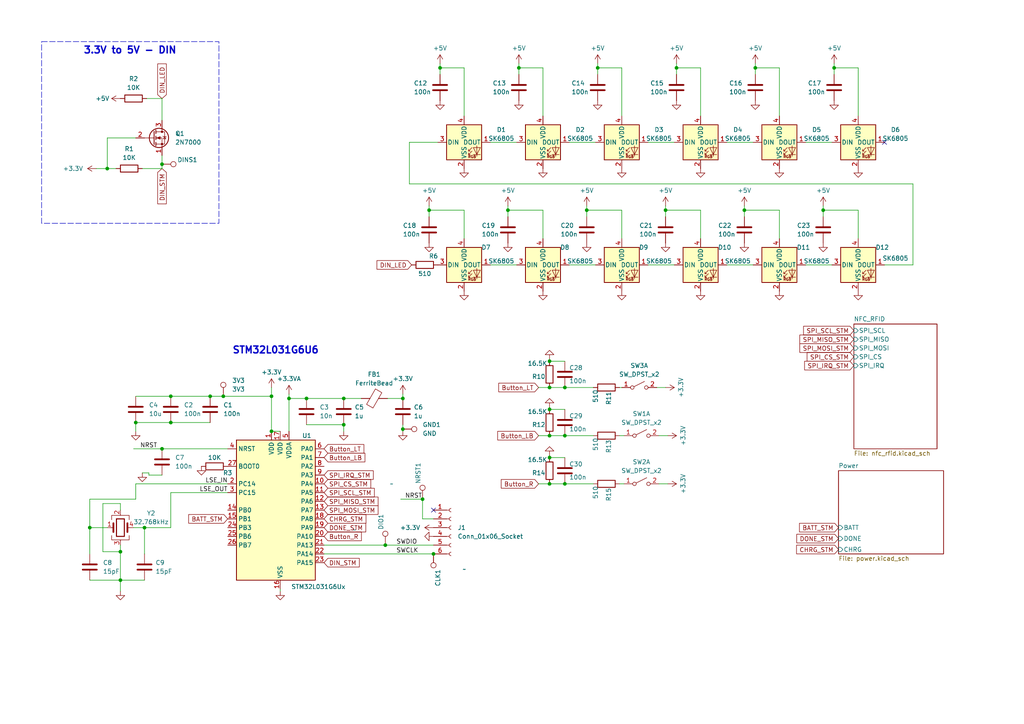
<source format=kicad_sch>
(kicad_sch (version 20230121) (generator eeschema)
  (paper "A4")
  (title_block (title "NFC watch") (date "2024-03-24") (rev "0") (company "HolTyc"))
  (lib_symbols
    (symbol "Connector:Conn_01x06_Socket" (pin_names (offset 1.016) hide)
      (property "Reference" "J" (at 0 7.62 0))
      (property "Value" "Conn_01x06_Socket" (at 0 -10.16 0))
      (symbol "Conn_01x06_Socket_1_1"
        (arc (start 0 -7.112) (mid -0.5058 -7.62) (end 0 -8.128) (stroke (width 0.1524)))
        (arc (start 0 -4.572) (mid -0.5058 -5.08) (end 0 -5.588) (stroke (width 0.1524)))
        (arc (start 0 -2.032) (mid -0.5058 -2.54) (end 0 -3.048) (stroke (width 0.1524)))
        (polyline (pts (xy -1.27 -7.62) (xy -0.508 -7.62)) (stroke (width 0.1524)))
        (polyline (pts (xy -1.27 -5.08) (xy -0.508 -5.08)) (stroke (width 0.1524)))
        (polyline (pts (xy -1.27 -2.54) (xy -0.508 -2.54)) (stroke (width 0.1524)))
        (polyline (pts (xy -1.27 0) (xy -0.508 0)) (stroke (width 0.1524)))
        (polyline (pts (xy -1.27 2.54) (xy -0.508 2.54)) (stroke (width 0.1524)))
        (polyline (pts (xy -1.27 5.08) (xy -0.508 5.08)) (stroke (width 0.1524)))
        (arc (start 0 0.508) (mid -0.5058 0) (end 0 -0.508) (stroke (width 0.1524)))
        (arc (start 0 3.048) (mid -0.5058 2.54) (end 0 2.032) (stroke (width 0.1524)))
        (arc (start 0 5.588) (mid -0.5058 5.08) (end 0 4.572) (stroke (width 0.1524)))
        (pin passive line (at -5.08 5.08 0) (length 3.81) (name "Pin_1") (number "1"))
        (pin passive line (at -5.08 2.54 0) (length 3.81) (name "Pin_2") (number "2"))
        (pin passive line (at -5.08 0 0) (length 3.81) (name "Pin_3") (number "3"))
        (pin passive line (at -5.08 -2.54 0) (length 3.81) (name "Pin_4") (number "4"))
        (pin passive line (at -5.08 -5.08 0) (length 3.81) (name "Pin_5") (number "5"))
        (pin passive line (at -5.08 -7.62 0) (length 3.81) (name "Pin_6") (number "6"))
      )
    )
    (symbol "Connector:TestPoint" (pin_numbers hide) (pin_names (offset 0.762) hide)
      (property "Reference" "TP" (at 0 6.858 0))
      (property "Value" "TestPoint" (at 0 5.08 0))
      (symbol "TestPoint_0_1"
        (circle (center 0 3.302) (radius 0.762))
      )
      (symbol "TestPoint_1_1"
        (pin passive line (at 0 0 90) (length 2.54) (name "1") (number "1"))
      )
    )
    (symbol "Device:C" (pin_numbers hide) (pin_names (offset 0.254))
      (property "Reference" "C" (at 0.635 2.54 0))
      (property "Value" "C" (at 0.635 -2.54 0))
      (symbol "C_0_1"
        (polyline (pts (xy -2.032 -0.762) (xy 2.032 -0.762)) (stroke (width 0.508)))
        (polyline (pts (xy -2.032 0.762) (xy 2.032 0.762)) (stroke (width 0.508)))
      )
      (symbol "C_1_1"
        (pin passive line (at 0 3.81 270) (length 2.794) (name "~") (number "1"))
        (pin passive line (at 0 -3.81 90) (length 2.794) (name "~") (number "2"))
      )
    )
    (symbol "Device:Crystal_GND23" (pin_names (offset 1.016) hide)
      (property "Reference" "Y" (at 3.175 5.08 0))
      (property "Value" "Crystal_GND23" (at 3.175 3.175 0))
      (symbol "Crystal_GND23_0_1"
        (rectangle (start -1.143 2.54) (end 1.143 -2.54) (stroke (width 0.3048)))
        (polyline (pts (xy -2.54 0) (xy -2.032 0)))
        (polyline (pts (xy -2.032 -1.27) (xy -2.032 1.27)) (stroke (width 0.508)))
        (polyline (pts (xy 0 -3.81) (xy 0 -3.556)))
        (polyline (pts (xy 0 3.556) (xy 0 3.81)))
        (polyline (pts (xy 2.032 -1.27) (xy 2.032 1.27)) (stroke (width 0.508)))
        (polyline (pts (xy 2.032 0) (xy 2.54 0)))
        (polyline (pts (xy -2.54 -2.286) (xy -2.54 -3.556) (xy 2.54 -3.556) (xy 2.54 -2.286)))
        (polyline (pts (xy -2.54 2.286) (xy -2.54 3.556) (xy 2.54 3.556) (xy 2.54 2.286)))
      )
      (symbol "Crystal_GND23_1_1"
        (pin passive line (at -3.81 0 0) (length 1.27) (name "1") (number "1"))
        (pin passive line (at 0 5.08 270) (length 1.27) (name "2") (number "2"))
        (pin passive line (at 0 -5.08 90) (length 1.27) (name "3") (number "3"))
        (pin passive line (at 3.81 0 180) (length 1.27) (name "4") (number "4"))
      )
    )
    (symbol "Device:FerriteBead" (pin_numbers hide) (pin_names (offset 0))
      (property "Reference" "FB" (at -3.81 0.635 90))
      (property "Value" "FerriteBead" (at 3.81 0 90))
      (symbol "FerriteBead_0_1"
        (polyline (pts (xy 0 -1.27) (xy 0 -1.2192)))
        (polyline (pts (xy 0 1.27) (xy 0 1.2954)))
        (polyline (pts (xy -2.7686 0.4064) (xy -1.7018 2.2606) (xy 2.7686 -0.3048) (xy 1.6764 -2.159) (xy -2.7686 0.4064)))
      )
      (symbol "FerriteBead_1_1"
        (pin passive line (at 0 3.81 270) (length 2.54) (name "~") (number "1"))
        (pin passive line (at 0 -3.81 90) (length 2.54) (name "~") (number "2"))
      )
    )
    (symbol "Device:R" (pin_numbers hide) (pin_names (offset 0))
      (property "Reference" "R" (at 2.032 0 90))
      (property "Value" "R" (at 0 0 90))
      (symbol "R_0_1"
        (rectangle (start -1.016 -2.54) (end 1.016 2.54) (stroke (width 0.254)))
      )
      (symbol "R_1_1"
        (pin passive line (at 0 3.81 270) (length 1.27) (name "~") (number "1"))
        (pin passive line (at 0 -3.81 90) (length 1.27) (name "~") (number "2"))
      )
    )
    (symbol "LED:SK6805" (pin_names (offset 0.254))
      (property "Reference" "D" (at 5.08 5.715 0))
      (property "Value" "SK6805" (at 1.27 -5.715 0))
      (symbol "SK6805_0_0"
        (text "RGB" (at 2.286 -4.191 0) (effects (font (size 0.762 0.762))))
      )
      (symbol "SK6805_0_1"
        (polyline (pts (xy 1.27 -3.556) (xy 1.778 -3.556)))
        (polyline (pts (xy 1.27 -2.54) (xy 1.778 -2.54)))
        (polyline (pts (xy 4.699 -3.556) (xy 2.667 -3.556)))
        (polyline (pts (xy 2.286 -2.54) (xy 1.27 -3.556) (xy 1.27 -3.048)))
        (polyline (pts (xy 2.286 -1.524) (xy 1.27 -2.54) (xy 1.27 -2.032)))
        (polyline (pts (xy 3.683 -1.016) (xy 3.683 -3.556) (xy 3.683 -4.064)))
        (polyline (pts (xy 4.699 -1.524) (xy 2.667 -1.524) (xy 3.683 -3.556) (xy 4.699 -1.524)))
        (rectangle (start 5.08 5.08) (end -5.08 -5.08) (stroke (width 0.254)) (fill (type background)))
      )
      (symbol "SK6805_1_1"
        (pin output line (at 7.62 0 180) (length 2.54) (name "DOUT") (number "1"))
        (pin power_in line (at 0 -7.62 90) (length 2.54) (name "VSS") (number "2"))
        (pin input line (at -7.62 0 0) (length 2.54) (name "DIN") (number "3"))
        (pin power_in line (at 0 7.62 270) (length 2.54) (name "VDD") (number "4"))
      )
    )
    (symbol "MCU_ST_STM32L0:STM32L031G6Ux"
      (property "Reference" "U" (at -10.16 21.59 0))
      (property "Value" "STM32L031G6Ux" (at 7.62 21.59 0))
      (symbol "STM32L031G6Ux_0_1"
        (rectangle (start -10.16 -20.32) (end 12.7 20.32) (stroke (width 0.254)) (fill (type background)))
      )
      (symbol "STM32L031G6Ux_1_1"
        (pin power_in line (at 0 22.86 270) (length 2.54) (name "VDD") (number "1"))
        (pin bidirectional line (at 15.24 7.62 180) (length 2.54) (name "PA4") (number "10"))
        (pin bidirectional line (at 15.24 5.08 180) (length 2.54) (name "PA5") (number "11"))
        (pin bidirectional line (at 15.24 2.54 180) (length 2.54) (name "PA6") (number "12"))
        (pin bidirectional line (at 15.24 0 180) (length 2.54) (name "PA7") (number "13"))
        (pin bidirectional line (at -12.7 0 0) (length 2.54) (name "PB0") (number "14"))
        (pin bidirectional line (at -12.7 -2.54 0) (length 2.54) (name "PB1") (number "15"))
        (pin power_in line (at 2.54 -22.86 90) (length 2.54) (name "VSS") (number "16"))
        (pin power_in line (at 2.54 22.86 270) (length 2.54) (name "VDD") (number "17"))
        (pin bidirectional line (at 15.24 -2.54 180) (length 2.54) (name "PA8") (number "18"))
        (pin bidirectional line (at 15.24 -5.08 180) (length 2.54) (name "PA9") (number "19"))
        (pin bidirectional line (at -12.7 7.62 0) (length 2.54) (name "PC14") (number "2"))
        (pin bidirectional line (at 15.24 -7.62 180) (length 2.54) (name "PA10") (number "20"))
        (pin bidirectional line (at 15.24 -10.16 180) (length 2.54) (name "PA13") (number "21"))
        (pin bidirectional line (at 15.24 -12.7 180) (length 2.54) (name "PA14") (number "22"))
        (pin bidirectional line (at 15.24 -15.24 180) (length 2.54) (name "PA15") (number "23"))
        (pin bidirectional line (at -12.7 -5.08 0) (length 2.54) (name "PB3") (number "24"))
        (pin bidirectional line (at -12.7 -7.62 0) (length 2.54) (name "PB6") (number "25"))
        (pin bidirectional line (at -12.7 -10.16 0) (length 2.54) (name "PB7") (number "26"))
        (pin input line (at -12.7 12.7 0) (length 2.54) (name "BOOT0") (number "27"))
        (pin passive line (at 2.54 -22.86 90) (length 2.54) hide (name "VSS") (number "28"))
        (pin bidirectional line (at -12.7 5.08 0) (length 2.54) (name "PC15") (number "3"))
        (pin input line (at -12.7 17.78 0) (length 2.54) (name "NRST") (number "4"))
        (pin power_in line (at 5.08 22.86 270) (length 2.54) (name "VDDA") (number "5"))
        (pin bidirectional line (at 15.24 17.78 180) (length 2.54) (name "PA0") (number "6"))
        (pin bidirectional line (at 15.24 15.24 180) (length 2.54) (name "PA1") (number "7"))
        (pin bidirectional line (at 15.24 12.7 180) (length 2.54) (name "PA2") (number "8"))
        (pin bidirectional line (at 15.24 10.16 180) (length 2.54) (name "PA3") (number "9"))
      )
    )
    (symbol "Switch:SW_DPST_x2" (pin_names (offset 0) hide)
      (property "Reference" "SW" (at 0 3.175 0))
      (property "Value" "SW_DPST_x2" (at 0 -2.54 0))
      (symbol "SW_DPST_x2_0_0"
        (circle (center -2.032 0) (radius 0.508))
        (polyline (pts (xy -1.524 0.254) (xy 1.524 1.778)))
        (circle (center 2.032 0) (radius 0.508))
      )
      (symbol "SW_DPST_x2_1_1"
        (pin passive line (at -5.08 0 0) (length 2.54) (name "A") (number "1"))
        (pin passive line (at 5.08 0 180) (length 2.54) (name "B") (number "2"))
      )
      (symbol "SW_DPST_x2_2_1"
        (pin passive line (at -5.08 0 0) (length 2.54) (name "A") (number "3"))
        (pin passive line (at 5.08 0 180) (length 2.54) (name "B") (number "4"))
      )
    )
    (symbol "Transistor_FET:2N7000" (pin_names hide)
      (property "Reference" "Q" (at 5.08 1.905 0))
      (property "Value" "2N7000" (at 5.08 0 0))
      (symbol "2N7000_0_1"
        (polyline (pts (xy 0.254 0) (xy -2.54 0)))
        (polyline (pts (xy 0.254 1.905) (xy 0.254 -1.905)) (stroke (width 0.254)))
        (polyline (pts (xy 0.762 -1.27) (xy 0.762 -2.286)) (stroke (width 0.254)))
        (polyline (pts (xy 0.762 0.508) (xy 0.762 -0.508)) (stroke (width 0.254)))
        (polyline (pts (xy 0.762 2.286) (xy 0.762 1.27)) (stroke (width 0.254)))
        (polyline (pts (xy 2.54 2.54) (xy 2.54 1.778)))
        (polyline (pts (xy 2.54 -2.54) (xy 2.54 0) (xy 0.762 0)))
        (polyline (pts (xy 0.762 -1.778) (xy 3.302 -1.778) (xy 3.302 1.778) (xy 0.762 1.778)))
        (polyline (pts (xy 1.016 0) (xy 2.032 0.381) (xy 2.032 -0.381) (xy 1.016 0)) (fill (type outline)))
        (polyline (pts (xy 2.794 0.508) (xy 2.921 0.381) (xy 3.683 0.381) (xy 3.81 0.254)))
        (polyline (pts (xy 3.302 0.381) (xy 2.921 -0.254) (xy 3.683 -0.254) (xy 3.302 0.381)))
        (circle (center 1.651 0) (radius 2.794) (stroke (width 0.254)))
        (circle (center 2.54 -1.778) (radius 0.254) (fill (type outline)))
        (circle (center 2.54 1.778) (radius 0.254) (fill (type outline)))
      )
      (symbol "2N7000_1_1"
        (pin passive line (at 2.54 -5.08 90) (length 2.54) (name "S") (number "1"))
        (pin input line (at -5.08 0 0) (length 2.54) (name "G") (number "2"))
        (pin passive line (at 2.54 5.08 270) (length 2.54) (name "D") (number "3"))
      )
    )
    (symbol "power:+3.3V" (power) (pin_names (offset 0))
      (property "Value" "+3.3V" (at 0 3.556 0))
      (symbol "+3.3V_0_1"
        (polyline (pts (xy -0.762 1.27) (xy 0 2.54)))
        (polyline (pts (xy 0 0) (xy 0 2.54)))
        (polyline (pts (xy 0 2.54) (xy 0.762 1.27)))
      )
      (symbol "+3.3V_1_1"
        (pin power_in line (at 0 0 90) (length 0) hide (name "+3.3V") (number "1"))
      )
    )
    (symbol "power:+3.3VA" (power) (pin_names (offset 0))
      (property "Value" "+3.3VA" (at 0 3.556 0))
      (symbol "+3.3VA_0_1"
        (polyline (pts (xy -0.762 1.27) (xy 0 2.54)))
        (polyline (pts (xy 0 0) (xy 0 2.54)))
        (polyline (pts (xy 0 2.54) (xy 0.762 1.27)))
      )
      (symbol "+3.3VA_1_1"
        (pin power_in line (at 0 0 90) (length 0) hide (name "+3.3VA") (number "1"))
      )
    )
    (symbol "power:+5V" (power) (pin_names (offset 0))
      (property "Value" "+5V" (at 0 3.556 0))
      (symbol "+5V_0_1"
        (polyline (pts (xy -0.762 1.27) (xy 0 2.54)))
        (polyline (pts (xy 0 0) (xy 0 2.54)))
        (polyline (pts (xy 0 2.54) (xy 0.762 1.27)))
      )
      (symbol "+5V_1_1"
        (pin power_in line (at 0 0 90) (length 0) hide (name "+5V") (number "1"))
      )
    )
    (symbol "power:GND" (power) (pin_names (offset 0))
      (property "Value" "GND" (at 0 -3.81 0))
      (symbol "GND_0_1"
        (polyline (pts (xy 0 0) (xy 0 -1.27) (xy 1.27 -1.27) (xy 0 -2.54) (xy -1.27 -1.27) (xy 0 -1.27)))
      )
      (symbol "GND_1_1"
        (pin power_in line (at 0 0 270) (length 0) hide (name "GND") (number "1"))
      )
    )
  )
  (junction (at 159.385 118.745))
  (junction (at 219.075 19.685))
  (junction (at 49.53 114.935))
  (junction (at 159.385 112.395))
  (junction (at 238.76 60.96))
  (junction (at 125.73 160.655))
  (junction (at 46.99 47.625))
  (junction (at 78.74 125.095))
  (junction (at 150.495 19.685))
  (junction (at 127.635 19.685))
  (junction (at 99.695 123.19))
  (junction (at 159.385 126.365))
  (junction (at 215.9 60.96))
  (junction (at 41.91 153.035))
  (junction (at 173.355 19.685))
  (junction (at 99.695 115.57))
  (junction (at 116.84 124.46))
  (junction (at 64.77 114.935))
  (junction (at 49.53 122.555))
  (junction (at 78.74 114.935))
  (junction (at 163.83 126.365))
  (junction (at 34.925 168.275))
  (junction (at 116.84 115.57))
  (junction (at 170.18 60.96))
  (junction (at 88.9 115.57))
  (junction (at 26.035 153.035))
  (junction (at 193.04 60.96))
  (junction (at 159.385 140.335))
  (junction (at 159.385 104.775))
  (junction (at 241.935 19.685))
  (junction (at 163.83 112.395))
  (junction (at 39.37 122.555))
  (junction (at 34.925 160.02))
  (junction (at 111.76 158.115))
  (junction (at 147.32 60.96))
  (junction (at 159.385 132.715))
  (junction (at 46.99 130.175))
  (junction (at 60.96 114.935))
  (junction (at 83.82 115.57))
  (junction (at 163.83 140.335))
  (junction (at 124.46 60.96))
  (junction (at 196.215 19.685))
  (junction (at 31.115 48.895))
  (junction (at 122.555 144.78))
  (no_connect (at 256.54 41.275))
  (no_connect (at 125.73 147.955))
  (wire (pts (xy 210.82 76.835) (xy 218.44 76.835)))
  (wire (pts (xy 43.18 137.795) (xy 46.99 137.795)))
  (wire (pts (xy 179.705 140.335) (xy 180.975 140.335)))
  (wire (pts (xy 233.68 76.835) (xy 241.3 76.835)))
  (wire (pts (xy 39.37 114.935) (xy 49.53 114.935)))
  (wire (pts (xy 49.53 142.875) (xy 66.04 142.875)))
  (wire (pts (xy 122.555 150.495) (xy 122.555 144.78)))
  (wire (pts (xy 180.34 19.685) (xy 173.355 19.685)))
  (wire (pts (xy 99.695 123.19) (xy 99.695 125.095)))
  (wire (pts (xy 116.84 124.46) (xy 116.84 125.095)))
  (wire (pts (xy 150.495 18.415) (xy 150.495 19.685)))
  (wire (pts (xy 157.48 19.685) (xy 150.495 19.685)))
  (wire (pts (xy 159.385 112.395) (xy 156.21 112.395)))
  (wire (pts (xy 43.18 137.16) (xy 43.18 137.795)))
  (wire (pts (xy 31.115 48.895) (xy 33.655 48.895)))
  (wire (pts (xy 203.2 33.655) (xy 203.2 19.685)))
  (wire (pts (xy 93.98 158.115) (xy 111.76 158.115)))
  (wire (pts (xy 88.9 123.19) (xy 99.695 123.19)))
  (wire (pts (xy 41.91 153.035) (xy 41.91 160.655)))
  (wire (pts (xy 46.99 34.925) (xy 46.99 28.575)))
  (wire (pts (xy 46.99 45.085) (xy 46.99 47.625)))
  (wire (pts (xy 147.32 59.69) (xy 147.32 60.96)))
  (wire (pts (xy 159.385 132.715) (xy 163.83 132.715)))
  (wire (pts (xy 163.83 112.395) (xy 172.085 112.395)))
  (wire (pts (xy 83.82 115.57) (xy 83.82 125.095)))
  (wire (pts (xy 238.76 60.96) (xy 238.76 62.865)))
  (wire (pts (xy 256.54 76.835) (xy 264.795 76.835)))
  (wire (pts (xy 219.075 18.415) (xy 219.075 19.685)))
  (wire (pts (xy 88.9 115.57) (xy 83.82 115.57)))
  (wire (pts (xy 29.845 146.05) (xy 34.925 146.05)))
  (wire (pts (xy 34.925 160.02) (xy 29.845 160.02)))
  (wire (pts (xy 116.84 123.19) (xy 116.84 124.46)))
  (wire (pts (xy 27.94 48.895) (xy 31.115 48.895)))
  (wire (pts (xy 159.385 132.08) (xy 159.385 132.715)))
  (wire (pts (xy 248.92 19.685) (xy 241.935 19.685)))
  (wire (pts (xy 170.18 60.96) (xy 170.18 62.865)))
  (wire (pts (xy 49.53 122.555) (xy 60.96 122.555)))
  (wire (pts (xy 134.62 60.96) (xy 134.62 69.215)))
  (wire (pts (xy 238.76 60.96) (xy 248.92 60.96)))
  (wire (pts (xy 118.745 53.34) (xy 118.745 41.275)))
  (wire (pts (xy 226.06 33.655) (xy 226.06 19.685)))
  (wire (pts (xy 159.385 118.11) (xy 159.385 118.745)))
  (wire (pts (xy 49.53 114.935) (xy 60.96 114.935)))
  (wire (pts (xy 60.96 114.935) (xy 64.77 114.935)))
  (wire (pts (xy 41.275 137.16) (xy 43.18 137.16)))
  (wire (pts (xy 159.385 140.335) (xy 156.21 140.335)))
  (wire (pts (xy 127.635 19.685) (xy 127.635 21.59)))
  (wire (pts (xy 26.035 153.035) (xy 31.115 153.035)))
  (wire (pts (xy 226.06 19.685) (xy 219.075 19.685)))
  (wire (pts (xy 180.34 60.96) (xy 180.34 69.215)))
  (wire (pts (xy 134.62 19.685) (xy 127.635 19.685)))
  (wire (pts (xy 134.62 33.655) (xy 134.62 19.685)))
  (wire (pts (xy 180.34 33.655) (xy 180.34 19.685)))
  (wire (pts (xy 215.9 59.69) (xy 215.9 60.96)))
  (wire (pts (xy 215.9 60.96) (xy 226.06 60.96)))
  (wire (pts (xy 34.925 158.115) (xy 34.925 160.02)))
  (wire (pts (xy 34.925 168.275) (xy 41.91 168.275)))
  (wire (pts (xy 173.355 18.415) (xy 173.355 19.685)))
  (wire (pts (xy 159.385 112.395) (xy 163.83 112.395)))
  (wire (pts (xy 215.9 60.96) (xy 215.9 62.865)))
  (wire (pts (xy 150.495 19.685) (xy 150.495 21.59)))
  (wire (pts (xy 38.735 130.175) (xy 46.99 130.175)))
  (wire (pts (xy 46.99 130.175) (xy 66.04 130.175)))
  (wire (pts (xy 142.24 41.275) (xy 149.86 41.275)))
  (wire (pts (xy 46.99 47.625) (xy 46.99 48.895)))
  (wire (pts (xy 78.74 125.095) (xy 81.28 125.095)))
  (wire (pts (xy 180.34 112.395) (xy 179.705 112.395)))
  (wire (pts (xy 241.935 19.685) (xy 241.935 21.59)))
  (wire (pts (xy 34.925 171.45) (xy 34.925 168.275)))
  (wire (pts (xy 41.91 153.035) (xy 38.735 153.035)))
  (wire (pts (xy 248.92 60.96) (xy 248.92 69.215)))
  (wire (pts (xy 196.215 19.685) (xy 196.215 21.59)))
  (wire (pts (xy 219.075 19.685) (xy 219.075 21.59)))
  (wire (pts (xy 157.48 60.96) (xy 157.48 69.215)))
  (wire (pts (xy 81.28 171.45) (xy 81.28 170.815)))
  (wire (pts (xy 147.32 60.96) (xy 157.48 60.96)))
  (wire (pts (xy 41.275 48.895) (xy 46.99 48.895)))
  (wire (pts (xy 159.385 126.365) (xy 156.21 126.365)))
  (wire (pts (xy 124.46 60.96) (xy 124.46 62.865)))
  (wire (pts (xy 147.32 60.96) (xy 147.32 62.865)))
  (wire (pts (xy 157.48 33.655) (xy 157.48 19.685)))
  (wire (pts (xy 39.37 140.335) (xy 39.37 144.78)))
  (wire (pts (xy 264.795 76.835) (xy 264.795 53.34)))
  (wire (pts (xy 163.83 140.335) (xy 172.085 140.335)))
  (wire (pts (xy 39.37 144.78) (xy 26.035 144.78)))
  (wire (pts (xy 49.53 142.875) (xy 49.53 153.035)))
  (wire (pts (xy 159.385 104.14) (xy 159.385 104.775)))
  (wire (pts (xy 64.77 114.935) (xy 78.74 114.935)))
  (wire (pts (xy 187.96 41.275) (xy 195.58 41.275)))
  (wire (pts (xy 88.9 115.57) (xy 99.695 115.57)))
  (wire (pts (xy 191.135 126.365) (xy 193.675 126.365)))
  (wire (pts (xy 39.37 122.555) (xy 49.53 122.555)))
  (wire (pts (xy 203.2 19.685) (xy 196.215 19.685)))
  (wire (pts (xy 163.83 126.365) (xy 172.085 126.365)))
  (wire (pts (xy 165.1 76.835) (xy 172.72 76.835)))
  (wire (pts (xy 46.99 28.575) (xy 42.545 28.575)))
  (wire (pts (xy 124.46 59.69) (xy 124.46 60.96)))
  (wire (pts (xy 39.37 140.335) (xy 66.04 140.335)))
  (wire (pts (xy 193.04 60.96) (xy 193.04 62.865)))
  (wire (pts (xy 190.5 112.395) (xy 193.04 112.395)))
  (wire (pts (xy 26.035 153.035) (xy 26.035 160.655)))
  (wire (pts (xy 191.135 140.335) (xy 193.675 140.335)))
  (wire (pts (xy 39.37 122.555) (xy 39.37 125.095)))
  (wire (pts (xy 165.1 41.275) (xy 172.72 41.275)))
  (wire (pts (xy 210.82 41.275) (xy 218.44 41.275)))
  (wire (pts (xy 203.2 60.96) (xy 203.2 69.215)))
  (wire (pts (xy 159.385 118.745) (xy 163.83 118.745)))
  (wire (pts (xy 233.68 41.275) (xy 241.3 41.275)))
  (wire (pts (xy 112.395 115.57) (xy 116.84 115.57)))
  (wire (pts (xy 34.925 146.05) (xy 34.925 147.955)))
  (wire (pts (xy 39.37 40.005) (xy 31.115 40.005)))
  (wire (pts (xy 26.035 144.78) (xy 26.035 153.035)))
  (wire (pts (xy 170.18 59.69) (xy 170.18 60.96)))
  (wire (pts (xy 93.98 160.655) (xy 125.73 160.655)))
  (wire (pts (xy 196.215 18.415) (xy 196.215 19.685)))
  (wire (pts (xy 187.96 76.835) (xy 195.58 76.835)))
  (wire (pts (xy 116.84 114.3) (xy 116.84 115.57)))
  (wire (pts (xy 226.06 60.96) (xy 226.06 69.215)))
  (wire (pts (xy 125.73 150.495) (xy 122.555 150.495)))
  (wire (pts (xy 116.205 144.78) (xy 122.555 144.78)))
  (wire (pts (xy 264.795 53.34) (xy 118.745 53.34)))
  (wire (pts (xy 29.845 160.02) (xy 29.845 146.05)))
  (wire (pts (xy 238.76 59.69) (xy 238.76 60.96)))
  (wire (pts (xy 26.035 168.275) (xy 34.925 168.275)))
  (wire (pts (xy 78.74 112.395) (xy 78.74 114.935)))
  (wire (pts (xy 31.115 40.005) (xy 31.115 48.895)))
  (wire (pts (xy 159.385 126.365) (xy 163.83 126.365)))
  (wire (pts (xy 248.92 33.655) (xy 248.92 19.685)))
  (wire (pts (xy 193.04 60.96) (xy 203.2 60.96)))
  (wire (pts (xy 179.705 126.365) (xy 180.975 126.365)))
  (wire (pts (xy 173.355 19.685) (xy 173.355 21.59)))
  (wire (pts (xy 159.385 140.335) (xy 163.83 140.335)))
  (wire (pts (xy 159.385 104.775) (xy 163.83 104.775)))
  (wire (pts (xy 193.04 59.69) (xy 193.04 60.96)))
  (wire (pts (xy 83.82 114.3) (xy 83.82 115.57)))
  (wire (pts (xy 142.24 76.835) (xy 149.86 76.835)))
  (wire (pts (xy 111.76 158.115) (xy 125.73 158.115)))
  (wire (pts (xy 170.18 60.96) (xy 180.34 60.96)))
  (wire (pts (xy 127.635 18.415) (xy 127.635 19.685)))
  (wire (pts (xy 124.46 60.96) (xy 134.62 60.96)))
  (wire (pts (xy 78.74 114.935) (xy 78.74 125.095)))
  (wire (pts (xy 241.935 18.415) (xy 241.935 19.685)))
  (wire (pts (xy 49.53 153.035) (xy 41.91 153.035)))
  (wire (pts (xy 99.695 115.57) (xy 104.775 115.57)))
  (wire (pts (xy 34.925 160.02) (xy 34.925 168.275)))
  (wire (pts (xy 118.745 41.275) (xy 127 41.275)))
  (rectangle (start 12.065 12.065) (end 63.5 64.77) (stroke (width 0) (type dash)))
  (text "3.3V to 5V - DIN" (at 24.13 15.875 0) (effects (font (size 2 2) (thickness 0.4) bold) (justify left bottom)))
  (text "STM32L031G6U6" (at 67.31 102.87 0) (effects (font (size 2 2) (thickness 0.4) bold) (justify left bottom)))
  (label "LSE_IN" (at 66.04 140.335 180))
  (label "SWCLK" (at 114.935 160.655 0))
  (label "NRST" (at 40.64 130.175 0))
  (label "LSE_OUT" (at 66.04 142.875 180))
  (label "NRST" (at 117.475 144.78 0))
  (label "SWDIO" (at 114.935 158.115 0))
  (global_label "SPI_MISO_STM" (shape input) (at 247.65 98.425 180) (property "Intersheetrefs" "${INTERSHEET_REFS}" (effects hide)))
  (global_label "SPI_IRQ_STM" (shape input) (at 93.98 137.795 0) (property "Intersheetrefs" "${INTERSHEET_REFS}" (effects hide)))
  (global_label "DIN_STM" (shape input) (at 46.99 48.895 270) (property "Intersheetrefs" "${INTERSHEET_REFS}" (effects hide)))
  (global_label "BATT_STM" (shape input) (at 243.205 153.035 180) (property "Intersheetrefs" "${INTERSHEET_REFS}" (effects hide)))
  (global_label "SPI_CS_STM" (shape input) (at 247.65 103.505 180) (property "Intersheetrefs" "${INTERSHEET_REFS}" (effects hide)))
  (global_label "CHRG_STM" (shape input) (at 243.205 159.385 180) (property "Intersheetrefs" "${INTERSHEET_REFS}" (effects hide)))
  (global_label "SPI_SCL_STM" (shape input) (at 93.98 142.875 0) (property "Intersheetrefs" "${INTERSHEET_REFS}" (effects hide)))
  (global_label "DIN_LED" (shape input) (at 46.99 28.575 90) (property "Intersheetrefs" "${INTERSHEET_REFS}" (effects hide)))
  (global_label "DIN_LED" (shape input) (at 119.38 76.835 180) (property "Intersheetrefs" "${INTERSHEET_REFS}" (effects hide)))
  (global_label "SPI_SCL_STM" (shape input) (at 247.65 95.885 180) (property "Intersheetrefs" "${INTERSHEET_REFS}" (effects hide)))
  (global_label "CHRG_STM" (shape input) (at 93.98 150.495 0) (property "Intersheetrefs" "${INTERSHEET_REFS}" (effects hide)))
  (global_label "Button_LT" (shape input) (at 156.21 112.395 180) (property "Intersheetrefs" "${INTERSHEET_REFS}" (effects hide)))
  (global_label "Button_LT" (shape input) (at 93.98 130.175 0) (property "Intersheetrefs" "${INTERSHEET_REFS}" (effects hide)))
  (global_label "Button_LB" (shape input) (at 156.21 126.365 180) (property "Intersheetrefs" "${INTERSHEET_REFS}" (effects hide)))
  (global_label "Button_R" (shape input) (at 93.98 155.575 0) (property "Intersheetrefs" "${INTERSHEET_REFS}" (effects hide)))
  (global_label "DONE_STM" (shape input) (at 243.205 156.21 180) (property "Intersheetrefs" "${INTERSHEET_REFS}" (effects hide)))
  (global_label "DIN_STM" (shape input) (at 93.98 163.195 0) (property "Intersheetrefs" "${INTERSHEET_REFS}" (effects hide)))
  (global_label "SPI_MISO_STM" (shape input) (at 93.98 145.415 0) (property "Intersheetrefs" "${INTERSHEET_REFS}" (effects hide)))
  (global_label "Button_LB" (shape input) (at 93.98 132.715 0) (property "Intersheetrefs" "${INTERSHEET_REFS}" (effects hide)))
  (global_label "SPI_IRQ_STM" (shape input) (at 247.65 106.045 180) (property "Intersheetrefs" "${INTERSHEET_REFS}" (effects hide)))
  (global_label "SPI_CS_STM" (shape input) (at 93.98 140.335 0) (property "Intersheetrefs" "${INTERSHEET_REFS}" (effects hide)))
  (global_label "SPI_MOSI_STM" (shape input) (at 93.98 147.955 0) (property "Intersheetrefs" "${INTERSHEET_REFS}" (effects hide)))
  (global_label "SPI_MOSI_STM" (shape input) (at 247.65 100.965 180) (property "Intersheetrefs" "${INTERSHEET_REFS}" (effects hide)))
  (global_label "DONE_STM" (shape input) (at 93.98 153.035 0) (property "Intersheetrefs" "${INTERSHEET_REFS}" (effects hide)))
  (global_label "BATT_STM" (shape input) (at 66.04 150.495 180) (property "Intersheetrefs" "${INTERSHEET_REFS}" (effects hide)))
  (global_label "Button_R" (shape input) (at 156.21 140.335 180) (property "Intersheetrefs" "${INTERSHEET_REFS}" (effects hide)))
  (symbol (lib_id "LED:SK6805") (at 157.48 76.835 0) (unit 1)
    (property "Reference" "D8" (at 163.83 71.755 0))
    (property "Value" "SK6805" (at 168.275 75.7271 0))
    (property "Footprint" "LED_SMD:LED_SK6812_EC15_1.5x1.5mm" (effects hide))
    (property "Datasheet" "https://cdn-shop.adafruit.com/product-files/3484/3484_Datasheet.pdf" (effects hide))
    (property "LCSC" "C2890035" (effects hide))
  )
  (symbol (lib_id "LED:SK6805") (at 248.92 41.275 0) (unit 1)
    (property "Reference" "D6" (at 259.715 37.6271 0))
    (property "Value" "SK6805" (at 259.715 40.1671 0))
    (property "Footprint" "LED_SMD:LED_SK6812_EC15_1.5x1.5mm" (effects hide))
    (property "Datasheet" "https://cdn-shop.adafruit.com/product-files/3484/3484_Datasheet.pdf" (effects hide))
    (property "LCSC" "C2890035" (effects hide))
  )
  (symbol (lib_id "power:GND") (at 147.32 70.485 0) (unit 1)
    (property "Reference" "#PWR039" (effects hide))
    (property "Value" "GND" (effects hide))
  )
  (symbol (lib_id "LED:SK6805") (at 248.92 76.835 0) (unit 1)
    (property "Reference" "D12" (at 255.905 71.755 0))
    (property "Value" "SK6805" (at 259.715 74.93 0))
    (property "Footprint" "LED_SMD:LED_SK6812_EC15_1.5x1.5mm" (effects hide))
    (property "Datasheet" "https://cdn-shop.adafruit.com/product-files/3484/3484_Datasheet.pdf" (effects hide))
    (property "LCSC" "C2890035" (effects hide))
  )
  (symbol (lib_id "power:GND") (at 99.695 125.095 0) (unit 1)
    (property "Reference" "#PWR07" (effects hide))
    (property "Value" "GND" (effects hide))
  )
  (symbol (lib_id "power:+5V") (at 241.935 18.415 0) (unit 1)
    (property "Reference" "#PWR028" (effects hide))
    (property "Value" "+5V" (at 241.935 13.97 0))
  )
  (symbol (lib_id "Device:C") (at 60.96 118.745 0) (unit 1)
    (property "Reference" "C1" (at 64.77 117.475 0) (effects (justify left)))
    (property "Value" "100n" (at 64.77 120.015 0) (effects (justify left)))
    (property "Footprint" "Capacitor_SMD:C_0201_0603Metric" (effects hide))
    (property "LCSC" "C7393837" (effects hide))
  )
  (symbol (lib_id "Device:C") (at 219.075 25.4 0) (unit 1)
    (property "Reference" "C16" (at 211.455 24.13 0) (effects (justify left)))
    (property "Value" "100n" (at 211.455 26.67 0) (effects (justify left)))
    (property "Footprint" "Capacitor_SMD:C_0201_0603Metric" (effects hide))
    (property "LCSC" "C7393837" (effects hide))
  )
  (symbol (lib_id "Device:C") (at 99.695 119.38 180) (unit 1)
    (property "Reference" "C5" (at 102.87 118.11 0) (effects (justify right)))
    (property "Value" "1u" (at 102.87 120.65 0) (effects (justify right)))
    (property "Footprint" "Capacitor_SMD:C_0402_1005Metric" (effects hide))
    (property "LCSC" "C412453" (effects hide))
  )
  (symbol (lib_id "power:GND") (at 41.275 137.16 0) (unit 1)
    (property "Reference" "#PWR011" (effects hide))
    (property "Value" "GND" (effects hide))
  )
  (symbol (lib_id "power:+5V") (at 196.215 18.415 0) (unit 1)
    (property "Reference" "#PWR024" (effects hide))
    (property "Value" "+5V" (at 196.215 13.97 0))
  )
  (symbol (lib_id "power:+3.3V") (at 78.74 112.395 0) (unit 1)
    (property "Reference" "#PWR04" (effects hide))
    (property "Value" "+3.3V" (at 78.74 107.95 0))
  )
  (symbol (lib_id "Device:C") (at 127.635 25.4 0) (unit 1)
    (property "Reference" "C12" (at 120.015 24.13 0) (effects (justify left)))
    (property "Value" "100n" (at 120.015 26.67 0) (effects (justify left)))
    (property "Footprint" "Capacitor_SMD:C_0201_0603Metric" (effects hide))
    (property "LCSC" "C7393837" (effects hide))
  )
  (symbol (lib_id "power:GND") (at 173.355 29.21 0) (unit 1)
    (property "Reference" "#PWR023" (effects hide))
    (property "Value" "GND" (effects hide))
  )
  (symbol (lib_id "power:GND") (at 134.62 84.455 0) (unit 1)
    (property "Reference" "#PWR048" (effects hide))
    (property "Value" "GND" (effects hide))
  )
  (symbol (lib_id "Connector:Conn_01x06_Socket") (at 130.81 153.035 0) (unit 1)
    (property "Reference" "J1" (at 132.715 153.035 0) (effects (justify left)))
    (property "Value" "Conn_01x06_Socket" (at 132.715 155.575 0) (effects (justify left)))
    (property "Footprint" "Connector_JST:JST_SUR_SM06B-SURS-TF_1x06-1MP_P0.80mm_Horizontal" (effects hide))
    (property "LCSC" "C495545" (effects hide))
  )
  (symbol (lib_id "power:GND") (at 58.42 135.255 0) (unit 1)
    (property "Reference" "#PWR012" (effects hide))
    (property "Value" "GND" (effects hide))
  )
  (symbol (lib_id "power:GND") (at 238.76 70.485 0) (unit 1)
    (property "Reference" "#PWR047" (effects hide))
    (property "Value" "GND" (effects hide))
  )
  (symbol (lib_id "power:GND") (at 203.2 48.895 0) (unit 1)
    (property "Reference" "#PWR033" (effects hide))
    (property "Value" "GND" (effects hide))
  )
  (symbol (lib_id "Device:C") (at 88.9 119.38 0) (unit 1)
    (property "Reference" "C3" (at 92.71 118.11 0) (effects (justify left)))
    (property "Value" "10n" (at 92.71 120.65 0) (effects (justify left)))
    (property "Footprint" "Capacitor_SMD:C_0402_1005Metric" (effects hide))
    (property "LCSC" "C323592" (effects hide))
  )
  (symbol (lib_id "power:GND") (at 150.495 29.21 0) (unit 1)
    (property "Reference" "#PWR021" (effects hide))
    (property "Value" "GND" (effects hide))
  )
  (symbol (lib_id "power:GND") (at 215.9 70.485 0) (unit 1)
    (property "Reference" "#PWR045" (effects hide))
    (property "Value" "GND" (effects hide))
  )
  (symbol (lib_id "power:GND") (at 116.84 125.095 0) (unit 1)
    (property "Reference" "#PWR08" (effects hide))
    (property "Value" "GND" (effects hide))
  )
  (symbol (lib_id "Device:R") (at 38.735 28.575 90) (unit 1)
    (property "Reference" "R2" (at 38.735 22.86 90))
    (property "Value" "10K" (at 38.735 25.4 90))
    (property "Footprint" "Resistor_SMD:R_0402_1005Metric" (effects hide))
    (property "LCSC" "C308028" (effects hide))
  )
  (symbol (lib_id "Device:C") (at 215.9 66.675 0) (unit 1)
    (property "Reference" "C22" (at 208.28 65.405 0) (effects (justify left)))
    (property "Value" "100n" (at 208.28 67.945 0) (effects (justify left)))
    (property "Footprint" "Capacitor_SMD:C_0201_0603Metric" (effects hide))
    (property "LCSC" "C7393837" (effects hide))
  )
  (symbol (lib_id "Transistor_FET:2N7000") (at 44.45 40.005 0) (unit 1)
    (property "Reference" "Q1" (at 50.8 38.735 0) (effects (justify left)))
    (property "Value" "2N7000" (at 50.8 41.275 0) (effects (justify left)))
    (property "Footprint" "Package_TO_SOT_SMD:TSOT-23" (effects hide))
    (property "Datasheet" "https://www.vishay.com/docs/70226/70226.pdf" (effects hide))
    (property "LCSC" "C414015" (effects hide))
  )
  (symbol (lib_id "power:+3.3V") (at 193.675 140.335 270) (unit 1)
    (property "Reference" "#PWR073" (effects hide))
    (property "Value" "+3.3V" (at 198.12 140.335 0))
  )
  (symbol (lib_id "Device:C") (at 49.53 118.745 0) (unit 1)
    (property "Reference" "C2" (at 53.34 117.475 0) (effects (justify left)))
    (property "Value" "100n" (at 53.34 120.015 0) (effects (justify left)))
    (property "Footprint" "Capacitor_SMD:C_0201_0603Metric" (effects hide))
    (property "LCSC" "C7393837" (effects hide))
  )
  (symbol (lib_id "power:+5V") (at 173.355 18.415 0) (unit 1)
    (property "Reference" "#PWR022" (effects hide))
    (property "Value" "+5V" (at 173.355 13.97 0))
  )
  (symbol (lib_id "Device:R") (at 175.895 126.365 270) (unit 1)
    (property "Reference" "R13" (at 176.53 131.445 0) (effects (justify right)))
    (property "Value" "510" (at 172.72 130.81 0) (effects (justify right)))
    (property "Footprint" "Resistor_SMD:R_0402_1005Metric" (effects hide))
    (property "LCSC" "C103085" (effects hide))
  )
  (symbol (lib_id "LED:SK6805") (at 134.62 76.835 0) (unit 1)
    (property "Reference" "D7" (at 140.97 71.755 0))
    (property "Value" "SK6805" (at 145.415 75.7271 0))
    (property "Footprint" "LED_SMD:LED_SK6812_EC15_1.5x1.5mm" (effects hide))
    (property "Datasheet" "https://cdn-shop.adafruit.com/product-files/3484/3484_Datasheet.pdf" (effects hide))
    (property "LCSC" "C2890035" (effects hide))
  )
  (symbol (lib_id "power:+5V") (at 150.495 18.415 0) (unit 1)
    (property "Reference" "#PWR020" (effects hide))
    (property "Value" "+5V" (at 150.495 13.97 0))
  )
  (symbol (lib_id "Device:R") (at 159.385 136.525 180) (unit 1)
    (property "Reference" "R14" (at 154.305 137.16 0) (effects (justify right)))
    (property "Value" "16.5K" (at 153.035 133.35 0) (effects (justify right)))
    (property "Footprint" "Resistor_SMD:R_0805_2012Metric" (effects hide))
    (property "LCSC" "C104028" (effects hide))
  )
  (symbol (lib_id "power:+3.3V") (at 193.04 112.395 270) (unit 1)
    (property "Reference" "#PWR069" (effects hide))
    (property "Value" "+3.3V" (at 197.485 112.395 0))
  )
  (symbol (lib_id "Device:C") (at 241.935 25.4 0) (unit 1)
    (property "Reference" "C17" (at 234.315 24.13 0) (effects (justify left)))
    (property "Value" "100n" (at 234.315 26.67 0) (effects (justify left)))
    (property "Footprint" "Capacitor_SMD:C_0201_0603Metric" (effects hide))
    (property "LCSC" "C7393837" (effects hide))
  )
  (symbol (lib_id "Device:C") (at 193.04 66.675 0) (unit 1)
    (property "Reference" "C21" (at 185.42 65.405 0) (effects (justify left)))
    (property "Value" "100n" (at 185.42 67.945 0) (effects (justify left)))
    (property "Footprint" "Capacitor_SMD:C_0201_0603Metric" (effects hide))
    (property "LCSC" "C7393837" (effects hide))
  )
  (symbol (lib_id "Device:C") (at 26.035 164.465 0) (unit 1)
    (property "Reference" "C8" (at 29.845 163.195 0) (effects (justify left)))
    (property "Value" "15pF" (at 29.845 165.735 0) (effects (justify left)))
    (property "Footprint" "Capacitor_SMD:C_0402_1005Metric" (effects hide))
    (property "LCSC" "C327787" (effects hide))
  )
  (symbol (lib_id "power:+5V") (at 238.76 59.69 0) (unit 1)
    (property "Reference" "#PWR046" (effects hide))
    (property "Value" "+5V" (at 238.76 55.245 0))
  )
  (symbol (lib_id "power:GND") (at 241.935 29.21 0) (unit 1)
    (property "Reference" "#PWR029" (effects hide))
    (property "Value" "GND" (effects hide))
  )
  (symbol (lib_id "Device:R") (at 159.385 122.555 180) (unit 1)
    (property "Reference" "R12" (at 154.305 123.19 0) (effects (justify right)))
    (property "Value" "16.5K" (at 153.035 119.38 0) (effects (justify right)))
    (property "Footprint" "Resistor_SMD:R_0805_2012Metric" (effects hide))
    (property "LCSC" "C104028" (effects hide))
  )
  (symbol (lib_id "power:GND") (at 159.385 118.11 180) (unit 1)
    (property "Reference" "#PWR070" (effects hide))
    (property "Value" "GND" (effects hide))
  )
  (symbol (lib_id "power:GND") (at 34.925 171.45 0) (unit 1)
    (property "Reference" "#PWR013" (effects hide))
    (property "Value" "GND" (effects hide))
  )
  (symbol (lib_id "power:GND") (at 124.46 70.485 0) (unit 1)
    (property "Reference" "#PWR037" (effects hide))
    (property "Value" "GND" (effects hide))
  )
  (symbol (lib_id "power:+3.3V") (at 116.84 114.3 0) (unit 1)
    (property "Reference" "#PWR09" (effects hide))
    (property "Value" "+3.3V" (at 116.84 109.855 0))
  )
  (symbol (lib_id "Device:C") (at 238.76 66.675 0) (unit 1)
    (property "Reference" "C23" (at 231.14 65.405 0) (effects (justify left)))
    (property "Value" "100n" (at 231.14 67.945 0) (effects (justify left)))
    (property "Footprint" "Capacitor_SMD:C_0201_0603Metric" (effects hide))
    (property "LCSC" "C7393837" (effects hide))
  )
  (symbol (lib_id "Device:C") (at 124.46 66.675 0) (unit 1)
    (property "Reference" "C18" (at 116.84 65.405 0) (effects (justify left)))
    (property "Value" "100n" (at 116.84 67.945 0) (effects (justify left)))
    (property "Footprint" "Capacitor_SMD:C_0201_0603Metric" (effects hide))
    (property "LCSC" "C7393837" (effects hide))
  )
  (symbol (lib_id "power:+3.3V") (at 125.73 153.035 90) (unit 1)
    (property "Reference" "#PWR010" (effects hide))
    (property "Value" "+3.3V" (at 121.92 153.035 90) (effects (justify left)))
  )
  (symbol (lib_id "power:GND") (at 180.34 48.895 0) (unit 1)
    (property "Reference" "#PWR030" (effects hide))
    (property "Value" "GND" (effects hide))
  )
  (symbol (lib_id "power:+5V") (at 147.32 59.69 0) (unit 1)
    (property "Reference" "#PWR038" (effects hide))
    (property "Value" "+5V" (at 147.32 55.245 0))
  )
  (symbol (lib_id "MCU_ST_STM32L0:STM32L031G6Ux") (at 78.74 147.955 0) (unit 1)
    (property "Reference" "U1" (at 87.63 126.365 0) (effects (justify left)))
    (property "Value" "STM32L031G6Ux" (at 84.455 170.18 0) (effects (justify left)))
    (property "Footprint" "Package_DFN_QFN:QFN-28_4x4mm_P0.5mm" (effects hide))
    (property "Datasheet" "https://www.st.com/resource/en/datasheet/stm32l031g6.pdf" (effects hide))
    (property "LCSC" "C96514" (effects hide))
  )
  (symbol (lib_id "power:GND") (at 196.215 29.21 0) (unit 1)
    (property "Reference" "#PWR025" (effects hide))
    (property "Value" "GND" (effects hide))
  )
  (symbol (lib_id "Connector:TestPoint") (at 125.73 160.655 180) (unit 1)
    (property "Reference" "CLK1" (at 127 165.1 90) (effects (justify left)))
    (property "Value" "~" (at 135.255 165.1 0) (effects (justify left)))
    (property "Footprint" "TestPoint:TestPoint_Pad_D1.0mm" (effects hide))
  )
  (symbol (lib_id "Device:R") (at 159.385 108.585 180) (unit 1)
    (property "Reference" "R10" (at 154.305 109.22 0) (effects (justify right)))
    (property "Value" "16.5K" (at 153.035 105.41 0) (effects (justify right)))
    (property "Footprint" "Resistor_SMD:R_0805_2012Metric" (effects hide))
    (property "LCSC" "C104028" (effects hide))
  )
  (symbol (lib_id "Device:C") (at 163.83 108.585 0) (unit 1)
    (property "Reference" "C28" (at 165.1 106.68 0) (effects (justify left)))
    (property "Value" "100n" (at 165.1 110.49 0) (effects (justify left)))
    (property "Footprint" "Capacitor_SMD:C_0201_0603Metric" (effects hide))
    (property "LCSC" "C7393837" (effects hide))
  )
  (symbol (lib_id "Device:C") (at 39.37 118.745 0) (unit 1)
    (property "Reference" "C4" (at 43.18 117.475 0) (effects (justify left)))
    (property "Value" "10u" (at 43.18 120.015 0) (effects (justify left)))
    (property "Footprint" "Capacitor_SMD:C_0603_1608Metric" (effects hide))
    (property "LCSC" "C77040" (effects hide))
  )
  (symbol (lib_id "Device:C") (at 150.495 25.4 0) (unit 1)
    (property "Reference" "C13" (at 142.875 24.13 0) (effects (justify left)))
    (property "Value" "100n" (at 142.875 26.67 0) (effects (justify left)))
    (property "Footprint" "Capacitor_SMD:C_0201_0603Metric" (effects hide))
    (property "LCSC" "C7393837" (effects hide))
  )
  (symbol (lib_id "Device:R") (at 62.23 135.255 90) (unit 1)
    (property "Reference" "R3" (at 66.04 137.16 90))
    (property "Value" "10K" (at 62.23 132.715 90))
    (property "Footprint" "Resistor_SMD:R_0402_1005Metric" (effects hide))
    (property "LCSC" "C308028" (effects hide))
  )
  (symbol (lib_id "power:GND") (at 127.635 29.21 0) (unit 1)
    (property "Reference" "#PWR018" (effects hide))
    (property "Value" "GND" (effects hide))
  )
  (symbol (lib_id "Device:C") (at 170.18 66.675 0) (unit 1)
    (property "Reference" "C20" (at 162.56 65.405 0) (effects (justify left)))
    (property "Value" "100n" (at 162.56 67.945 0) (effects (justify left)))
    (property "Footprint" "Capacitor_SMD:C_0201_0603Metric" (effects hide))
    (property "LCSC" "C7393837" (effects hide))
  )
  (symbol (lib_id "LED:SK6805") (at 157.48 41.275 0) (unit 1)
    (property "Reference" "D2" (at 168.275 37.6271 0))
    (property "Value" "SK6805" (at 168.275 40.1671 0))
    (property "Footprint" "LED_SMD:LED_SK6812_EC15_1.5x1.5mm" (effects hide))
    (property "Datasheet" "https://cdn-shop.adafruit.com/product-files/3484/3484_Datasheet.pdf" (effects hide))
    (property "LCSC" "C2890035" (effects hide))
  )
  (symbol (lib_id "power:+5V") (at 34.925 28.575 90) (unit 1)
    (property "Reference" "#PWR02" (effects hide))
    (property "Value" "+5V" (at 31.75 28.575 90) (effects (justify left)))
  )
  (symbol (lib_id "LED:SK6805") (at 203.2 76.835 0) (unit 1)
    (property "Reference" "D10" (at 210.185 71.755 0))
    (property "Value" "SK6805" (at 213.995 75.7271 0))
    (property "Footprint" "LED_SMD:LED_SK6812_EC15_1.5x1.5mm" (effects hide))
    (property "Datasheet" "https://cdn-shop.adafruit.com/product-files/3484/3484_Datasheet.pdf" (effects hide))
    (property "LCSC" "C2890035" (effects hide))
  )
  (symbol (lib_id "Device:R") (at 175.895 140.335 270) (unit 1)
    (property "Reference" "R15" (at 176.53 145.415 0) (effects (justify right)))
    (property "Value" "510" (at 172.72 144.78 0) (effects (justify right)))
    (property "Footprint" "Resistor_SMD:R_0402_1005Metric" (effects hide))
    (property "LCSC" "C103085" (effects hide))
  )
  (symbol (lib_id "Device:C") (at 163.83 122.555 0) (unit 1)
    (property "Reference" "C29" (at 165.1 120.65 0) (effects (justify left)))
    (property "Value" "100n" (at 165.1 124.46 0) (effects (justify left)))
    (property "Footprint" "Capacitor_SMD:C_0201_0603Metric" (effects hide))
    (property "LCSC" "C7393837" (effects hide))
  )
  (symbol (lib_id "power:+5V") (at 124.46 59.69 0) (unit 1)
    (property "Reference" "#PWR036" (effects hide))
    (property "Value" "+5V" (at 124.46 55.245 0))
  )
  (symbol (lib_id "Device:R") (at 123.19 76.835 90) (unit 1)
    (property "Reference" "R6" (at 125.73 74.295 90))
    (property "Value" "510" (at 123.19 79.375 90))
    (property "Footprint" "Resistor_SMD:R_0402_1005Metric" (effects hide))
    (property "LCSC" "C103085" (effects hide))
  )
  (symbol (lib_id "Switch:SW_DPST_x2") (at 186.055 126.365 0) (unit 1)
    (property "Reference" "SW1" (at 186.055 120.015 0))
    (property "Value" "SW_DPST_x2" (at 186.055 122.555 0))
    (property "Footprint" "Button_Switch_SMD:Panasonic_EVQPUJ_EVQPUA" (effects hide))
    (property "LCSC" "C128539" (effects hide))
  )
  (symbol (lib_id "LED:SK6805") (at 226.06 41.275 0) (unit 1)
    (property "Reference" "D5" (at 236.855 37.6271 0))
    (property "Value" "SK6805" (at 236.855 40.1671 0))
    (property "Footprint" "LED_SMD:LED_SK6812_EC15_1.5x1.5mm" (effects hide))
    (property "Datasheet" "https://cdn-shop.adafruit.com/product-files/3484/3484_Datasheet.pdf" (effects hide))
    (property "LCSC" "C2890035" (effects hide))
  )
  (symbol (lib_id "power:GND") (at 157.48 84.455 0) (unit 1)
    (property "Reference" "#PWR049" (effects hide))
    (property "Value" "GND" (effects hide))
  )
  (symbol (lib_id "power:GND") (at 226.06 84.455 0) (unit 1)
    (property "Reference" "#PWR052" (effects hide))
    (property "Value" "GND" (effects hide))
  )
  (symbol (lib_id "power:GND") (at 125.73 155.575 270) (unit 1)
    (property "Reference" "#PWR014" (effects hide))
    (property "Value" "GND" (effects hide))
  )
  (symbol (lib_id "power:+3.3V") (at 193.675 126.365 270) (unit 1)
    (property "Reference" "#PWR072" (effects hide))
    (property "Value" "+3.3V" (at 198.12 126.365 0))
  )
  (symbol (lib_id "LED:SK6805") (at 226.06 76.835 0) (unit 1)
    (property "Reference" "D11" (at 233.045 71.755 0))
    (property "Value" "SK6805" (at 236.855 75.7271 0))
    (property "Footprint" "LED_SMD:LED_SK6812_EC15_1.5x1.5mm" (effects hide))
    (property "Datasheet" "https://cdn-shop.adafruit.com/product-files/3484/3484_Datasheet.pdf" (effects hide))
    (property "LCSC" "C2890035" (effects hide))
  )
  (symbol (lib_id "Connector:TestPoint") (at 111.76 158.115 0) (unit 1)
    (property "Reference" "DIO1" (at 110.49 153.67 90) (effects (justify left)))
    (property "Value" "~" (at 102.235 153.67 0) (effects (justify left)))
    (property "Footprint" "TestPoint:TestPoint_Pad_D1.0mm" (effects hide))
  )
  (symbol (lib_id "power:GND") (at 170.18 70.485 0) (unit 1)
    (property "Reference" "#PWR041" (effects hide))
    (property "Value" "GND" (effects hide))
  )
  (symbol (lib_id "power:+5V") (at 215.9 59.69 0) (unit 1)
    (property "Reference" "#PWR044" (effects hide))
    (property "Value" "+5V" (at 215.9 55.245 0))
  )
  (symbol (lib_id "LED:SK6805") (at 203.2 41.275 0) (unit 1)
    (property "Reference" "D4" (at 213.995 37.6271 0))
    (property "Value" "SK6805" (at 213.995 40.1671 0))
    (property "Footprint" "LED_SMD:LED_SK6812_EC15_1.5x1.5mm" (effects hide))
    (property "Datasheet" "https://cdn-shop.adafruit.com/product-files/3484/3484_Datasheet.pdf" (effects hide))
    (property "LCSC" "C2890035" (effects hide))
  )
  (symbol (lib_id "Device:R") (at 175.895 112.395 270) (unit 1)
    (property "Reference" "R11" (at 176.53 117.475 0) (effects (justify right)))
    (property "Value" "510" (at 172.72 116.84 0) (effects (justify right)))
    (property "Footprint" "Resistor_SMD:R_0402_1005Metric" (effects hide))
    (property "LCSC" "C103085" (effects hide))
  )
  (symbol (lib_id "Switch:SW_DPST_x2") (at 185.42 112.395 0) (unit 1)
    (property "Reference" "SW3" (at 185.42 106.045 0))
    (property "Value" "SW_DPST_x2" (at 185.42 108.585 0))
    (property "Footprint" "Button_Switch_SMD:Panasonic_EVQPUJ_EVQPUA" (effects hide))
    (property "LCSC" "C128539" (effects hide))
  )
  (symbol (lib_id "Device:C") (at 163.83 136.525 0) (unit 1)
    (property "Reference" "C30" (at 165.1 134.62 0) (effects (justify left)))
    (property "Value" "100n" (at 165.1 138.43 0) (effects (justify left)))
    (property "Footprint" "Capacitor_SMD:C_0201_0603Metric" (effects hide))
    (property "LCSC" "C7393837" (effects hide))
  )
  (symbol (lib_id "power:GND") (at 81.28 171.45 0) (unit 1)
    (property "Reference" "#PWR03" (effects hide))
    (property "Value" "GND" (effects hide))
  )
  (symbol (lib_id "Device:C") (at 196.215 25.4 0) (unit 1)
    (property "Reference" "C15" (at 188.595 24.13 0) (effects (justify left)))
    (property "Value" "100n" (at 188.595 26.67 0) (effects (justify left)))
    (property "Footprint" "Capacitor_SMD:C_0201_0603Metric" (effects hide))
    (property "LCSC" "C7393837" (effects hide))
  )
  (symbol (lib_id "Device:C") (at 173.355 25.4 0) (unit 1)
    (property "Reference" "C14" (at 165.735 24.13 0) (effects (justify left)))
    (property "Value" "100n" (at 165.735 26.67 0) (effects (justify left)))
    (property "Footprint" "Capacitor_SMD:C_0201_0603Metric" (effects hide))
    (property "LCSC" "C7393837" (effects hide))
  )
  (symbol (lib_id "power:GND") (at 159.385 132.08 180) (unit 1)
    (property "Reference" "#PWR071" (effects hide))
    (property "Value" "GND" (effects hide))
  )
  (symbol (lib_id "power:+3.3VA") (at 83.82 114.3 0) (unit 1)
    (property "Reference" "#PWR06" (effects hide))
    (property "Value" "+3.3VA" (at 83.82 109.855 0))
  )
  (symbol (lib_id "power:GND") (at 219.075 29.21 0) (unit 1)
    (property "Reference" "#PWR027" (effects hide))
    (property "Value" "GND" (effects hide))
  )
  (symbol (lib_id "power:GND") (at 39.37 125.095 0) (unit 1)
    (property "Reference" "#PWR05" (effects hide))
    (property "Value" "GND" (effects hide))
  )
  (symbol (lib_id "power:GND") (at 134.62 48.895 0) (unit 1)
    (property "Reference" "#PWR032" (effects hide))
    (property "Value" "GND" (effects hide))
  )
  (symbol (lib_id "Device:Crystal_GND23") (at 34.925 153.035 0) (unit 1)
    (property "Reference" "Y2" (at 43.815 148.8441 0))
    (property "Value" "32.768kHz" (at 43.815 151.3841 0))
    (property "Footprint" "Crystal:Crystal_SMD_SeikoEpson_MC146-4Pin_6.7x1.5mm" (effects hide))
    (property "LCSC" "C7466130" (effects hide))
  )
  (symbol (lib_id "LED:SK6805") (at 134.62 41.275 0) (unit 1)
    (property "Reference" "D1" (at 145.415 37.6271 0))
    (property "Value" "SK6805" (at 145.415 40.1671 0))
    (property "Footprint" "LED_SMD:LED_SK6812_EC15_1.5x1.5mm" (effects hide))
    (property "Datasheet" "https://cdn-shop.adafruit.com/product-files/3484/3484_Datasheet.pdf" (effects hide))
    (property "LCSC" "C2890035" (effects hide))
  )
  (symbol (lib_id "Device:FerriteBead") (at 108.585 115.57 90) (unit 1)
    (property "Reference" "FB1" (at 108.5342 108.585 90))
    (property "Value" "FerriteBead" (at 108.5342 111.125 90))
    (property "Footprint" "Inductor_SMD:L_0603_1608Metric" (effects hide))
    (property "LCSC" "C1002" (effects hide))
  )
  (symbol (lib_id "power:+5V") (at 193.04 59.69 0) (unit 1)
    (property "Reference" "#PWR042" (effects hide))
    (property "Value" "+5V" (at 193.04 55.245 0))
  )
  (symbol (lib_id "power:GND") (at 193.04 70.485 0) (unit 1)
    (property "Reference" "#PWR043" (effects hide))
    (property "Value" "GND" (effects hide))
  )
  (symbol (lib_id "power:+5V") (at 127.635 18.415 0) (unit 1)
    (property "Reference" "#PWR019" (effects hide))
    (property "Value" "+5V" (at 127.635 13.97 0))
  )
  (symbol (lib_id "Device:C") (at 147.32 66.675 0) (unit 1)
    (property "Reference" "C19" (at 139.7 65.405 0) (effects (justify left)))
    (property "Value" "100n" (at 139.7 67.945 0) (effects (justify left)))
    (property "Footprint" "Capacitor_SMD:C_0201_0603Metric" (effects hide))
    (property "LCSC" "C7393837" (effects hide))
  )
  (symbol (lib_id "Device:C") (at 116.84 119.38 180) (unit 1)
    (property "Reference" "C6" (at 120.015 118.11 0) (effects (justify right)))
    (property "Value" "1u" (at 120.015 120.65 0) (effects (justify right)))
    (property "Footprint" "Capacitor_SMD:C_0402_1005Metric" (effects hide))
    (property "LCSC" "C412453" (effects hide))
  )
  (symbol (lib_id "power:GND") (at 248.92 84.455 0) (unit 1)
    (property "Reference" "#PWR053" (effects hide))
    (property "Value" "GND" (effects hide))
  )
  (symbol (lib_id "Connector:TestPoint") (at 116.84 124.46 270) (unit 1)
    (property "Reference" "GND1" (at 122.555 123.19 90) (effects (justify left)))
    (property "Value" "GND" (at 122.555 125.73 90) (effects (justify left)))
    (property "Footprint" "TestPoint:TestPoint_Pad_D1.5mm" (effects hide))
  )
  (symbol (lib_id "power:+5V") (at 219.075 18.415 0) (unit 1)
    (property "Reference" "#PWR026" (effects hide))
    (property "Value" "+5V" (at 219.075 13.97 0))
  )
  (symbol (lib_id "power:GND") (at 203.2 84.455 0) (unit 1)
    (property "Reference" "#PWR051" (effects hide))
    (property "Value" "GND" (effects hide))
  )
  (symbol (lib_id "Device:C") (at 41.91 164.465 0) (unit 1)
    (property "Reference" "C9" (at 45.085 163.195 0) (effects (justify left)))
    (property "Value" "15pF" (at 45.085 165.735 0) (effects (justify left)))
    (property "Footprint" "Capacitor_SMD:C_0402_1005Metric" (effects hide))
    (property "LCSC" "C327787" (effects hide))
  )
  (symbol (lib_id "Device:R") (at 37.465 48.895 90) (unit 1)
    (property "Reference" "R1" (at 37.465 43.18 90))
    (property "Value" "10K" (at 37.465 45.72 90))
    (property "Footprint" "Resistor_SMD:R_0402_1005Metric" (effects hide))
    (property "LCSC" "C308028" (effects hide))
  )
  (symbol (lib_id "LED:SK6805") (at 180.34 76.835 0) (unit 1)
    (property "Reference" "D9" (at 186.69 71.755 0))
    (property "Value" "SK6805" (at 191.135 75.7271 0))
    (property "Footprint" "LED_SMD:LED_SK6812_EC15_1.5x1.5mm" (effects hide))
    (property "Datasheet" "https://cdn-shop.adafruit.com/product-files/3484/3484_Datasheet.pdf" (effects hide))
    (property "LCSC" "C2890035" (effects hide))
  )
  (symbol (lib_id "power:+5V") (at 170.18 59.69 0) (unit 1)
    (property "Reference" "#PWR040" (effects hide))
    (property "Value" "+5V" (at 170.18 55.245 0))
  )
  (symbol (lib_id "Connector:TestPoint") (at 46.99 47.625 270) (unit 1)
    (property "Reference" "DINS1" (at 51.435 46.355 90) (effects (justify left)))
    (property "Value" "~" (at 51.435 38.1 0) (effects (justify left)))
    (property "Footprint" "TestPoint:TestPoint_Pad_D1.0mm" (effects hide))
  )
  (symbol (lib_id "power:GND") (at 180.34 84.455 0) (unit 1)
    (property "Reference" "#PWR050" (effects hide))
    (property "Value" "GND" (effects hide))
  )
  (symbol (lib_id "Connector:TestPoint") (at 64.77 114.935 0) (unit 1)
    (property "Reference" "3V3" (at 67.31 110.363 0) (effects (justify left)))
    (property "Value" "3V3" (at 67.31 112.903 0) (effects (justify left)))
    (property "Footprint" "TestPoint:TestPoint_Pad_D1.5mm" (effects hide))
  )
  (symbol (lib_id "LED:SK6805") (at 180.34 41.275 0) (unit 1)
    (property "Reference" "D3" (at 191.135 37.6271 0))
    (property "Value" "SK6805" (at 191.135 40.1671 0))
    (property "Footprint" "LED_SMD:LED_SK6812_EC15_1.5x1.5mm" (effects hide))
    (property "Datasheet" "https://cdn-shop.adafruit.com/product-files/3484/3484_Datasheet.pdf" (effects hide))
    (property "LCSC" "C2890035" (effects hide))
  )
  (symbol (lib_id "power:+3.3V") (at 27.94 48.895 90) (unit 1)
    (property "Reference" "#PWR01" (effects hide))
    (property "Value" "+3.3V" (at 24.13 48.895 90) (effects (justify left)))
  )
  (symbol (lib_id "power:GND") (at 248.92 48.895 0) (unit 1)
    (property "Reference" "#PWR035" (effects hide))
    (property "Value" "GND" (effects hide))
  )
  (symbol (lib_id "power:GND") (at 157.48 48.895 0) (unit 1)
    (property "Reference" "#PWR031" (effects hide))
    (property "Value" "GND" (effects hide))
  )
  (symbol (lib_id "Switch:SW_DPST_x2") (at 186.055 140.335 0) (unit 1)
    (property "Reference" "SW2" (at 186.055 133.985 0))
    (property "Value" "SW_DPST_x2" (at 186.055 136.525 0))
    (property "Footprint" "Button_Switch_SMD:Panasonic_EVQPUJ_EVQPUA" (effects hide))
    (property "LCSC" "C128539" (effects hide))
  )
  (symbol (lib_id "power:GND") (at 159.385 104.14 180) (unit 1)
    (property "Reference" "#PWR068" (effects hide))
    (property "Value" "GND" (effects hide))
  )
  (symbol (lib_id "power:GND") (at 226.06 48.895 0) (unit 1)
    (property "Reference" "#PWR034" (effects hide))
    (property "Value" "GND" (effects hide))
  )
  (symbol (lib_id "Device:C") (at 46.99 133.985 0) (unit 1)
    (property "Reference" "C7" (at 50.8 132.715 0) (effects (justify left)))
    (property "Value" "100n" (at 50.8 135.255 0) (effects (justify left)))
    (property "Footprint" "Capacitor_SMD:C_0201_0603Metric" (effects hide))
    (property "LCSC" "C7393837" (effects hide))
  )
  (symbol (lib_id "Connector:TestPoint") (at 122.555 144.78 0) (unit 1)
    (property "Reference" "NRST1" (at 121.285 140.335 90) (effects (justify left)))
    (property "Value" "~" (at 113.03 140.335 0) (effects (justify left)))
    (property "Footprint" "TestPoint:TestPoint_Pad_D1.0mm" (effects hide))
  )
  (sheet (at 247.65 93.98) (size 24.13 36.195) (stroke (width 0.1524))
    (property "Sheetname" "NFC_RFID" (at 247.65 93.2684 0) (effects (justify left bottom)))
    (property "Sheetfile" "nfc_rfid.kicad_sch" (at 247.65 130.7596 0) (effects (justify left top)))
    (pin "SPI_SCL" input (at 247.65 95.885 180))
    (pin "SPI_MISO" input (at 247.65 98.425 180))
    (pin "SPI_CS" input (at 247.65 103.505 180))
    (pin "SPI_IRQ" input (at 247.65 106.045 180))
    (pin "SPI_MOSI" input (at 247.65 100.965 180))
  )
  (sheet (at 243.205 136.525) (size 30.48 24.13) (stroke (width 0.1524))
    (property "Sheetname" "Power" (at 243.205 135.8134 0) (effects (justify left bottom)))
    (property "Sheetfile" "power.kicad_sch" (at 243.205 161.2396 0) (effects (justify left top)))
    (pin "CHRG" input (at 243.205 159.385 180))
    (pin "DONE" input (at 243.205 156.21 180))
    (pin "BATT" input (at 243.205 153.035 180))
  )
)
</source>
